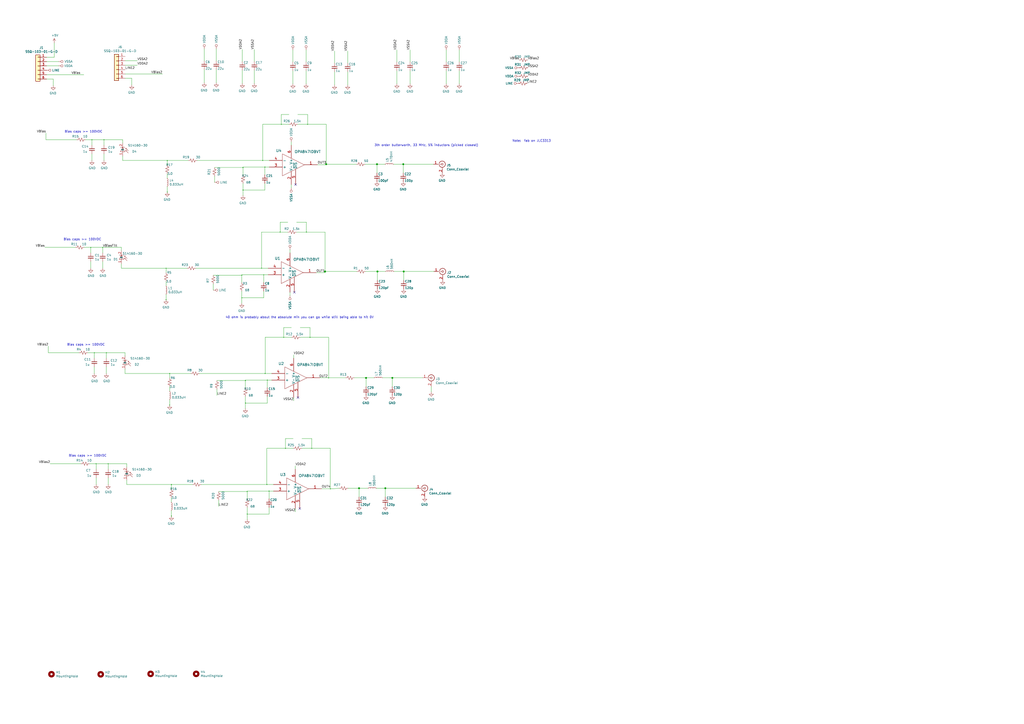
<source format=kicad_sch>
(kicad_sch (version 20230121) (generator eeschema)
  (paper "A2")
  (junction (at 153.67 96.901) (diameter 0.3048))
  (junction (at 143.383 298.196) (diameter 0.3048))
  (junction (at 190.627 219.202) (diameter 0.3048))
  (junction (at 96.3423 155.5813) (diameter 0.3048))
  (junction (at 208.28 283.21))
  (junction (at 218.694 95.25))
  (junction (at 140.97 97.155) (diameter 0.3048))
  (junction (at 142.367 220.726) (diameter 0.3048))
  (junction (at 140.97 110.236) (diameter 0.3048))
  (junction (at 154.813 281.051) (diameter 0.3048))
  (junction (at 60.325 81.026) (diameter 0.3048))
  (junction (at 212.344 219.202))
  (junction (at 156.083 284.861) (diameter 0.3048))
  (junction (at 99.441 299.339) (diameter 0.3048))
  (junction (at 191.643 283.591) (diameter 0.3048))
  (junction (at 189.23 95.25))
  (junction (at 233.934 95.25))
  (junction (at 165.608 260.096) (diameter 0.3048))
  (junction (at 55.753 268.986) (diameter 0.3048))
  (junction (at 52.6543 143.5163) (diameter 0.3048))
  (junction (at 98.425 216.662) (diameter 0.3048))
  (junction (at 234.188 157.48))
  (junction (at 97.028 111.379) (diameter 0.3048))
  (junction (at 152.9843 159.3913) (diameter 0.3048))
  (junction (at 59.5631 143.5163) (diameter 0.3048))
  (junction (at 152.4 93.091) (diameter 0.3048))
  (junction (at 62.738 268.986) (diameter 0.3048))
  (junction (at 99.441 281.051) (diameter 0.3048))
  (junction (at 97.028 93.091) (diameter 0.3048))
  (junction (at 140.2843 159.6453) (diameter 0.3048))
  (junction (at 177.7493 134.6263) (diameter 0.3048))
  (junction (at 54.737 204.597) (diameter 0.3048))
  (junction (at 178.435 72.136) (diameter 0.3048))
  (junction (at 143.383 285.115) (diameter 0.3048))
  (junction (at 61.722 204.597) (diameter 0.3048))
  (junction (at 153.797 216.662) (diameter 0.3048))
  (junction (at 162.5093 134.6263) (diameter 0.3048))
  (junction (at 188.5443 157.48))
  (junction (at 142.367 233.807) (diameter 0.3048))
  (junction (at 98.425 234.95) (diameter 0.3048))
  (junction (at 151.7143 155.5813) (diameter 0.3048))
  (junction (at 140.2843 172.7263) (diameter 0.3048))
  (junction (at 96.3423 173.8693) (diameter 0.3048))
  (junction (at 155.067 220.472) (diameter 0.3048))
  (junction (at 180.848 260.096) (diameter 0.3048))
  (junction (at 179.832 195.707) (diameter 0.3048))
  (junction (at 163.195 72.136) (diameter 0.3048))
  (junction (at 223.52 283.21))
  (junction (at 164.592 195.707) (diameter 0.3048))
  (junction (at 227.584 219.202))
  (junction (at 53.34 81.026) (diameter 0.3048))
  (junction (at 218.948 157.48))
  (no_connect (at 171.45 107.061))
  (no_connect (at 173.863 295.021))
  (no_connect (at 172.847 230.632))
  (no_connect (at 170.7643 169.5513))
  (wire (pts (xy 54.737 216.662) (xy 54.737 212.852)))
  (wire (pts (xy 166.9543 134.6263) (xy 162.5093 134.6263)))
  (wire (pts (xy 79.629 37.846) (xy 72.644 37.846)))
  (wire (pts (xy 179.832 189.992) (xy 179.832 195.707)))
  (wire (pts (xy 52.6543 143.5163) (xy 59.5631 143.5163)))
  (wire (pts (xy 191.643 260.096) (xy 191.643 283.591)))
  (wire (pts (xy 147.574 40.767) (xy 147.574 48.387)))
  (wire (pts (xy 147.574 28.702) (xy 147.574 35.687)))
  (wire (pts (xy 190.627 219.202) (xy 185.547 219.202)))
  (wire (pts (xy 55.753 281.051) (xy 55.753 277.241)))
  (wire (pts (xy 188.5443 158.1213) (xy 183.4643 158.1213)))
  (wire (pts (xy 140.2843 163.8363) (xy 140.2843 159.6453)))
  (wire (pts (xy 151.7143 134.6263) (xy 151.7143 155.5813)))
  (wire (pts (xy 189.23 95.25) (xy 206.756 95.25)))
  (wire (pts (xy 72.517 204.597) (xy 72.517 206.502)))
  (wire (pts (xy 143.383 294.386) (xy 143.383 298.196)))
  (wire (pts (xy 140.97 106.426) (xy 140.97 110.236)))
  (wire (pts (xy 164.592 189.992) (xy 169.037 189.992)))
  (wire (pts (xy 153.67 101.346) (xy 153.67 96.901)))
  (wire (pts (xy 218.44 283.21) (xy 223.52 283.21)))
  (wire (pts (xy 188.5443 157.48) (xy 188.5443 158.1213)))
  (wire (pts (xy 28.067 204.597) (xy 45.847 204.597)))
  (wire (pts (xy 208.28 283.21) (xy 213.36 283.21)))
  (wire (pts (xy 61.722 204.597) (xy 61.722 207.772)))
  (wire (pts (xy 55.753 272.161) (xy 55.753 268.986)))
  (wire (pts (xy 189.23 72.136) (xy 189.23 95.25)))
  (wire (pts (xy 177.7493 134.6263) (xy 188.5443 134.6263)))
  (wire (pts (xy 34.036 35.687) (xy 27.051 35.687)))
  (wire (pts (xy 172.0343 128.9113) (xy 177.7493 128.9113)))
  (wire (pts (xy 99.441 281.051) (xy 111.633 281.051)))
  (wire (pts (xy 59.5631 143.5163) (xy 70.4343 143.5163)))
  (wire (pts (xy 52.6543 155.5813) (xy 52.6543 151.7713)))
  (wire (pts (xy 164.592 195.707) (xy 153.797 195.707)))
  (wire (pts (xy 73.533 268.986) (xy 73.533 270.891)))
  (wire (pts (xy 218.694 95.25) (xy 218.694 100.33)))
  (wire (pts (xy 99.441 291.211) (xy 99.441 288.671)))
  (wire (pts (xy 71.12 81.026) (xy 71.12 82.931)))
  (wire (pts (xy 124.46 97.155) (xy 140.97 97.155)))
  (wire (pts (xy 218.948 157.48) (xy 218.948 162.56)))
  (wire (pts (xy 60.325 89.281) (xy 60.325 93.091)))
  (wire (pts (xy 52.6543 146.6913) (xy 52.6543 143.5163)))
  (wire (pts (xy 194.056 41.656) (xy 194.056 49.276)))
  (wire (pts (xy 208.28 283.21) (xy 208.28 288.29)))
  (wire (pts (xy 142.367 233.807) (xy 155.067 233.807)))
  (wire (pts (xy 156.083 284.861) (xy 158.623 284.861)))
  (wire (pts (xy 230.251 28.956) (xy 230.251 35.941)))
  (wire (pts (xy 97.028 93.091) (xy 109.22 93.091)))
  (wire (pts (xy 190.627 195.707) (xy 190.627 219.202)))
  (wire (pts (xy 53.34 81.026) (xy 60.325 81.026)))
  (wire (pts (xy 54.737 204.597) (xy 50.927 204.597)))
  (wire (pts (xy 230.251 41.021) (xy 230.251 48.641)))
  (wire (pts (xy 60.325 81.026) (xy 71.12 81.026)))
  (wire (pts (xy 53.34 84.201) (xy 53.34 81.026)))
  (wire (pts (xy 153.67 110.236) (xy 153.67 106.426)))
  (wire (pts (xy 191.643 283.591) (xy 186.563 283.591)))
  (wire (pts (xy 125.476 28.321) (xy 125.476 35.306)))
  (wire (pts (xy 234.188 157.48) (xy 234.188 162.56)))
  (wire (pts (xy 142.367 233.807) (xy 142.367 236.982)))
  (wire (pts (xy 72.517 214.122) (xy 72.517 216.662)))
  (wire (pts (xy 237.871 28.956) (xy 237.871 35.941)))
  (wire (pts (xy 154.813 281.051) (xy 116.713 281.051)))
  (wire (pts (xy 125.476 40.386) (xy 125.476 48.006)))
  (wire (pts (xy 172.72 72.136) (xy 178.435 72.136)))
  (wire (pts (xy 140.2843 159.3913) (xy 152.9843 159.3913)))
  (wire (pts (xy 212.09 157.48) (xy 218.948 157.48)))
  (wire (pts (xy 28.067 200.787) (xy 28.067 204.597)))
  (wire (pts (xy 152.4 93.091) (xy 114.3 93.091)))
  (wire (pts (xy 97.028 95.631) (xy 97.028 93.091)))
  (wire (pts (xy 73.533 278.511) (xy 73.533 281.051)))
  (wire (pts (xy 201.93 283.21) (xy 208.28 283.21)))
  (wire (pts (xy 177.546 41.021) (xy 177.546 48.641)))
  (wire (pts (xy 211.836 95.25) (xy 218.694 95.25)))
  (wire (pts (xy 170.053 260.096) (xy 165.608 260.096)))
  (wire (pts (xy 27.051 33.147) (xy 31.496 33.147)))
  (wire (pts (xy 126.873 285.115) (xy 143.383 285.115)))
  (wire (pts (xy 140.97 96.901) (xy 153.67 96.901)))
  (wire (pts (xy 142.367 220.726) (xy 142.367 220.472)))
  (wire (pts (xy 163.195 66.421) (xy 167.64 66.421)))
  (wire (pts (xy 123.7743 159.6453) (xy 140.2843 159.6453)))
  (wire (pts (xy 152.9843 159.3913) (xy 155.5243 159.3913)))
  (wire (pts (xy 55.753 268.986) (xy 51.943 268.986)))
  (wire (pts (xy 175.133 254.381) (xy 180.848 254.381)))
  (wire (pts (xy 62.738 277.241) (xy 62.738 281.051)))
  (wire (pts (xy 99.441 283.591) (xy 99.441 281.051)))
  (wire (pts (xy 152.4 93.091) (xy 156.21 93.091)))
  (wire (pts (xy 140.2843 172.7263) (xy 152.9843 172.7263)))
  (wire (pts (xy 153.797 195.707) (xy 153.797 216.662)))
  (wire (pts (xy 98.425 234.95) (xy 98.425 235.077)))
  (wire (pts (xy 96.3423 158.1213) (xy 96.3423 155.5813)))
  (wire (pts (xy 140.97 110.236) (xy 140.97 113.411)))
  (wire (pts (xy 27.051 43.307) (xy 48.641 43.307)))
  (wire (pts (xy 70.4343 155.5813) (xy 96.3423 155.5813)))
  (wire (pts (xy 165.608 254.381) (xy 170.053 254.381)))
  (wire (pts (xy 26.67 77.216) (xy 26.67 81.026)))
  (wire (pts (xy 162.5093 134.6263) (xy 151.7143 134.6263)))
  (wire (pts (xy 228.6 157.48) (xy 234.188 157.48)))
  (wire (pts (xy 99.441 296.291) (xy 99.441 299.339)))
  (wire (pts (xy 155.067 224.917) (xy 155.067 220.472)))
  (wire (pts (xy 163.195 72.136) (xy 152.4 72.136)))
  (wire (pts (xy 72.644 42.926) (xy 94.234 42.926)))
  (wire (pts (xy 140.2843 172.7263) (xy 140.2843 175.9013)))
  (wire (pts (xy 180.848 254.381) (xy 180.848 260.096)))
  (wire (pts (xy 154.813 281.051) (xy 158.623 281.051)))
  (wire (pts (xy 71.12 90.551) (xy 71.12 93.091)))
  (wire (pts (xy 169.037 195.707) (xy 164.592 195.707)))
  (wire (pts (xy 71.12 93.091) (xy 97.028 93.091)))
  (wire (pts (xy 142.367 220.472) (xy 155.067 220.472)))
  (wire (pts (xy 118.491 28.321) (xy 118.491 35.306)))
  (wire (pts (xy 72.517 216.662) (xy 98.425 216.662)))
  (wire (pts (xy 234.188 157.48) (xy 251.714 157.48)))
  (wire (pts (xy 97.028 103.251) (xy 97.028 100.711)))
  (wire (pts (xy 170.307 232.537) (xy 170.307 230.632)))
  (wire (pts (xy 97.028 111.379) (xy 97.028 111.506)))
  (wire (pts (xy 26.67 81.026) (xy 44.45 81.026)))
  (wire (pts (xy 143.383 298.196) (xy 156.083 298.196)))
  (wire (pts (xy 55.753 268.986) (xy 62.738 268.986)))
  (wire (pts (xy 30.861 49.657) (xy 30.861 45.847)))
  (wire (pts (xy 190.627 219.202) (xy 200.406 219.202)))
  (wire (pts (xy 171.323 296.926) (xy 171.323 295.021)))
  (wire (pts (xy 59.5631 155.5559) (xy 59.5631 151.7459)))
  (wire (pts (xy 98.425 216.662) (xy 110.617 216.662)))
  (wire (pts (xy 62.738 268.986) (xy 62.738 272.161)))
  (wire (pts (xy 140.2843 159.6453) (xy 140.2843 159.3913)))
  (wire (pts (xy 54.737 207.772) (xy 54.737 204.597)))
  (wire (pts (xy 29.083 268.986) (xy 46.863 268.986)))
  (wire (pts (xy 172.0343 134.6263) (xy 177.7493 134.6263)))
  (wire (pts (xy 142.367 224.917) (xy 142.367 220.726)))
  (wire (pts (xy 207.01 157.48) (xy 188.5443 157.48)))
  (wire (pts (xy 167.64 72.136) (xy 163.195 72.136)))
  (wire (pts (xy 191.643 283.591) (xy 196.85 283.21)))
  (wire (pts (xy 233.934 95.25) (xy 251.46 95.25)))
  (wire (pts (xy 162.5093 134.6263) (xy 162.5093 128.9113)))
  (wire (pts (xy 227.584 219.202) (xy 245.11 219.202)))
  (wire (pts (xy 170.307 207.772) (xy 170.307 205.867)))
  (wire (pts (xy 165.608 260.096) (xy 154.813 260.096)))
  (wire (pts (xy 96.3423 155.5813) (xy 108.5343 155.5813)))
  (wire (pts (xy 266.446 28.956) (xy 266.446 35.941)))
  (wire (pts (xy 189.23 95.25) (xy 189.23 95.631)))
  (wire (pts (xy 168.91 108.966) (xy 168.91 107.061)))
  (wire (pts (xy 258.826 28.956) (xy 258.826 35.941)))
  (wire (pts (xy 143.383 298.196) (xy 143.383 301.371)))
  (wire (pts (xy 178.435 66.421) (xy 178.435 72.136)))
  (wire (pts (xy 124.46 105.791) (xy 124.46 102.235)))
  (wire (pts (xy 172.72 66.421) (xy 178.435 66.421)))
  (wire (pts (xy 152.9843 163.8363) (xy 152.9843 159.3913)))
  (wire (pts (xy 76.454 45.466) (xy 72.644 45.466)))
  (wire (pts (xy 142.367 229.997) (xy 142.367 233.807)))
  (wire (pts (xy 153.67 96.901) (xy 156.21 96.901)))
  (wire (pts (xy 223.52 283.21) (xy 223.52 288.29)))
  (wire (pts (xy 171.323 272.161) (xy 171.323 270.256)))
  (wire (pts (xy 140.97 97.155) (xy 140.97 96.901)))
  (wire (pts (xy 178.435 72.136) (xy 189.23 72.136)))
  (wire (pts (xy 143.383 285.115) (xy 143.383 284.861)))
  (wire (pts (xy 266.446 41.021) (xy 266.446 48.641)))
  (wire (pts (xy 154.813 260.096) (xy 154.813 281.051)))
  (wire (pts (xy 62.738 268.986) (xy 73.533 268.986)))
  (wire (pts (xy 175.133 260.096) (xy 180.848 260.096)))
  (wire (pts (xy 70.4343 153.0413) (xy 70.4343 155.5813)))
  (wire (pts (xy 59.5631 143.5163) (xy 59.5631 146.6659)))
  (wire (pts (xy 194.056 29.591) (xy 194.056 36.576)))
  (wire (pts (xy 126.873 293.751) (xy 126.873 290.195)))
  (wire (pts (xy 123.7743 168.2813) (xy 123.7743 164.7253)))
  (wire (pts (xy 228.346 95.25) (xy 233.934 95.25)))
  (wire (pts (xy 118.491 40.386) (xy 118.491 48.006)))
  (wire (pts (xy 201.676 29.591) (xy 201.676 36.576)))
  (wire (pts (xy 174.117 189.992) (xy 179.832 189.992)))
  (wire (pts (xy 79.629 35.306) (xy 72.644 35.306)))
  (wire (pts (xy 201.676 41.656) (xy 201.676 49.276)))
  (wire (pts (xy 140.97 101.346) (xy 140.97 97.155)))
  (wire (pts (xy 205.486 219.202) (xy 212.344 219.202)))
  (wire (pts (xy 53.34 81.026) (xy 49.53 81.026)))
  (wire (pts (xy 125.857 229.362) (xy 125.857 225.806)))
  (wire (pts (xy 258.826 41.021) (xy 258.826 48.641)))
  (wire (pts (xy 155.067 233.807) (xy 155.067 229.997)))
  (wire (pts (xy 151.7143 155.5813) (xy 113.6143 155.5813)))
  (wire (pts (xy 163.195 72.136) (xy 163.195 66.421)))
  (wire (pts (xy 153.797 216.662) (xy 115.697 216.662)))
  (wire (pts (xy 179.832 195.707) (xy 190.627 195.707)))
  (wire (pts (xy 169.926 41.021) (xy 169.926 48.641)))
  (wire (pts (xy 221.996 219.202) (xy 227.584 219.202)))
  (wire (pts (xy 165.608 260.096) (xy 165.608 254.381)))
  (wire (pts (xy 169.926 28.956) (xy 169.926 35.941)))
  (wire (pts (xy 96.3423 165.7413) (xy 96.3423 163.2013)))
  (wire (pts (xy 140.589 40.767) (xy 140.589 48.387)))
  (wire (pts (xy 98.425 231.902) (xy 98.425 234.95)))
  (wire (pts (xy 180.848 260.096) (xy 191.643 260.096)))
  (wire (pts (xy 233.934 95.25) (xy 233.934 100.33)))
  (wire (pts (xy 140.97 110.236) (xy 153.67 110.236)))
  (wire (pts (xy 143.383 289.306) (xy 143.383 285.115)))
  (wire (pts (xy 54.737 204.597) (xy 61.722 204.597)))
  (wire (pts (xy 61.722 204.597) (xy 72.517 204.597)))
  (wire (pts (xy 31.496 33.147) (xy 31.496 24.892)))
  (wire (pts (xy 73.533 281.051) (xy 99.441 281.051)))
  (wire (pts (xy 61.722 212.852) (xy 61.722 216.662)))
  (wire (pts (xy 76.454 49.276) (xy 76.454 45.466)))
  (wire (pts (xy 212.344 219.202) (xy 212.344 224.282)))
  (wire (pts (xy 140.589 28.702) (xy 140.589 35.687)))
  (wire (pts (xy 162.5093 128.9113) (xy 166.9543 128.9113)))
  (wire (pts (xy 168.2243 171.4563) (xy 168.2243 169.5513)))
  (wire (pts (xy 188.5443 134.6263) (xy 188.5443 157.48)))
  (wire (pts (xy 155.067 220.472) (xy 157.607 220.472)))
  (wire (pts (xy 153.797 216.662) (xy 157.607 216.662)))
  (wire (pts (xy 227.584 219.202) (xy 227.584 224.282)))
  (wire (pts (xy 177.546 28.956) (xy 177.546 35.941)))
  (wire (pts (xy 218.948 157.48) (xy 223.52 157.48)))
  (wire (pts (xy 52.6543 143.5163) (xy 48.8443 143.5163)))
  (wire (pts (xy 143.383 284.861) (xy 156.083 284.861)))
  (wire (pts (xy 96.3423 170.8213) (xy 96.3423 173.8693)))
  (wire (pts (xy 156.083 289.306) (xy 156.083 284.861)))
  (wire (pts (xy 250.19 224.282) (xy 250.19 227.33)))
  (wire (pts (xy 168.91 84.201) (xy 168.91 82.296)))
  (wire (pts (xy 152.9843 172.7263) (xy 152.9843 168.9163)))
  (wire (pts (xy 218.694 95.25) (xy 223.266 95.25)))
  (wire (pts (xy 177.7493 128.9113) (xy 177.7493 134.6263)))
  (wire (pts (xy 98.425 226.822) (xy 98.425 224.282)))
  (wire (pts (xy 189.23 95.631) (xy 184.15 95.631)))
  (wire (pts (xy 151.7143 155.5813) (xy 155.5243 155.5813)))
  (wire (pts (xy 60.325 81.026) (xy 60.325 84.201)))
  (wire (pts (xy 25.9843 143.5163) (xy 43.7643 143.5163)))
  (wire (pts (xy 96.3423 173.8693) (xy 96.3423 173.9963)))
  (wire (pts (xy 223.52 283.21) (xy 241.3 283.21)))
  (wire (pts (xy 30.861 45.847) (xy 27.051 45.847)))
  (wire (pts (xy 70.4343 143.5163) (xy 70.4343 145.4213)))
  (wire (pts (xy 53.34 93.091) (xy 53.34 89.281)))
  (wire (pts (xy 168.2243 146.6913) (xy 168.2243 144.7863)))
  (wire (pts (xy 152.4 72.136) (xy 152.4 93.091)))
  (wire (pts (xy 98.425 219.202) (xy 98.425 216.662)))
  (wire (pts (xy 212.344 219.202) (xy 216.916 219.202)))
  (wire (pts (xy 125.857 220.726) (xy 142.367 220.726)))
  (wire (pts (xy 97.028 108.331) (xy 97.028 111.379)))
  (wire (pts (xy 174.117 195.707) (xy 179.832 195.707)))
  (wire (pts (xy 237.871 41.021) (xy 237.871 48.641)))
  (wire (pts (xy 34.036 38.227) (xy 27.051 38.227)))
  (wire (pts (xy 156.083 298.196) (xy 156.083 294.386)))
  (wire (pts (xy 140.2843 168.9163) (xy 140.2843 172.7263)))
  (wire (pts (xy 164.592 195.707) (xy 164.592 189.992)))
  (wire (pts (xy 99.441 299.339) (xy 99.441 299.466)))
  (text "40 ohm is probably about the absolute min you can go while still being able to hit 0V" (at 130.81 184.912 0) (effects (font (size 1.27 1.27)) (justify left bottom)))
  (text "Bias caps >= 100VDC" (at 39.878 265.176 0) (effects (font (size 1.27 1.27)) (justify left bottom)))
  (text "Bias caps >= 100VDC" (at 37.465 77.216 0) (effects (font (size 1.27 1.27)) (justify left bottom)))
  (text "3th order butterworth, 33 MHz, 5% inductors (picked closest)" (at 217.17 85.09 0) (effects (font (size 1.27 1.27)) (justify left bottom)))
  (text "Bias caps >= 100VDC" (at 36.7793 139.7063 0) (effects (font (size 1.27 1.27)) (justify left bottom)))
  (text "Note:  fab on JLC3313 " (at 297.18 82.55 0) (effects (font (size 1.27 1.27)) (justify left bottom)))
  (text "Bias caps >= 100VDC" (at 38.862 200.787 0) (effects (font (size 1.27 1.27)) (justify left bottom)))
  (label "VSSA2" (at 170.307 232.537 180))
  (label "VDDA2" (at 79.629 37.846 0))
  (label "VBias" (at 25.9843 143.5163 180))
  (label "VBias" (at 301.117 34.798 180))
  (label "VSSA2" (at 147.574 28.702 90))
  (label "VBias2" (at 306.197 34.798 0))
  (label "VSSA2" (at 201.676 29.591 90))
  (label "VDDA2" (at 306.197 44.196 0))
  (label "LINE2" (at 126.873 293.751 0))
  (label "LINE2" (at 125.857 229.362 0))
  (label "VSSA2" (at 306.197 39.37 0))
  (label "VBias2" (at 94.234 42.926 180))
  (label "VBiasFilt" (at 59.6393 143.5163 0))
  (label "VSSA2" (at 171.323 296.926 180))
  (label "VBias2" (at 28.067 200.787 180))
  (label "VDDA2" (at 140.589 28.702 90))
  (label "OUT4" (at 191.643 283.21 180))
  (label "VDDA2" (at 171.323 270.256 0))
  (label "VDDA2" (at 194.056 29.591 90))
  (label "VSSA2" (at 79.629 35.306 0))
  (label "VSSA2" (at 237.871 28.956 90))
  (label "VBias2" (at 29.083 268.986 180))
  (label "VBias" (at 46.736 43.307 180))
  (label "OUT2" (at 190.1525 219.202 180))
  (label "VDDA2" (at 230.251 28.956 90))
  (label "OUT1" (at 188.5443 158.1213 180))
  (label "OUT3" (at 189.23 95.25 180))
  (label "LINE2" (at 72.644 40.386 0))
  (label "VDDA2" (at 170.307 205.867 0))
  (label "VBias" (at 26.67 77.216 180))
  (label "LINE2" (at 305.816 48.387 0))
  (symbol (lib_id "Connector_Generic:Conn_01x06") (at 21.971 38.227 0) (mirror y) (unit 1)
    (property "Reference" "J1" (at 24.0538 27.6352 0))
    (property "Value" "SSQ-103-01-G-D" (at 24.0538 29.9466 0))
    (property "Footprint" "footprints:PinHeader_2x03_P2.54mm_Vertical" (effects hide))
  )
  (symbol (lib_id "power:+5V") (at 31.496 24.892 0) (unit 1)
    (property "Reference" "#PWR0101" (effects hide))
    (property "Value" "+5V" (at 31.877 20.4978 0))
  )
  (symbol (lib_id "OPA847:OPA847IDBVT") (at 154.2543 189.8713 0) (unit 1)
    (property "Reference" "U1" (at 159.3343 149.8663 0) (effects (font (size 1.524 1.524)) (justify left)))
    (property "Value" "OPA847IDBVT" (at 170.1293 150.5013 0) (effects (font (size 1.524 1.524)) (justify left)))
    (property "Footprint" "footprints:OPA847IDBVT" (effects hide))
  )
  (symbol (lib_id "power:VDDA") (at 34.036 38.227 270) (mirror x) (unit 1)
    (property "Reference" "#PWR04" (effects hide))
    (property "Value" "VDDA" (at 37.211 38.227 90) (effects (justify left)))
  )
  (symbol (lib_id "power:VSSA") (at 34.036 35.687 270) (mirror x) (unit 1)
    (property "Reference" "#PWR03" (effects hide))
    (property "Value" "VSSA" (at 39.751 35.687 90))
  )
  (symbol (lib_id "power:GND") (at 30.861 49.657 0) (mirror y) (unit 1)
    (property "Reference" "#PWR01" (effects hide))
    (property "Value" "GND" (at 30.734 54.0512 0))
  )
  (symbol (lib_id "Device:R_Small_US") (at 46.3043 143.5163 90) (unit 1)
    (property "Reference" "R11" (at 45.0343 141.6113 90) (effects (justify left)))
    (property "Value" "10" (at 50.1143 141.6113 90) (effects (justify left)))
    (property "Footprint" "R_0402_1005Metric" (effects hide))
  )
  (symbol (lib_id "Device:C_Small") (at 52.6543 149.2313 0) (unit 1)
    (property "Reference" "C1" (at 54.9911 148.0629 0) (effects (justify left)))
    (property "Value" "1u" (at 54.9911 150.3743 0) (effects (justify left)))
    (property "Footprint" "Capacitor_SMD:C_1206_3216Metric" (effects hide))
  )
  (symbol (lib_id "power:GND") (at 52.6543 155.5813 0) (unit 1)
    (property "Reference" "#PWR07" (effects hide))
    (property "Value" "GND" (at 52.7813 159.9755 0))
  )
  (symbol (lib_id "Device:R_Small_US") (at 169.4943 134.6263 90) (unit 1)
    (property "Reference" "R2" (at 167.5893 132.7213 90) (effects (justify left)))
    (property "Value" "1.5k" (at 173.9393 132.7213 90) (effects (justify left)))
    (property "Footprint" "R_0402_1005Metric" (effects hide))
  )
  (symbol (lib_id "power:VDDA") (at 168.2243 144.7863 0) (mirror y) (unit 1)
    (property "Reference" "#PWR016" (effects hide))
    (property "Value" "VDDA" (at 168.2243 141.6113 90) (effects (justify left)))
  )
  (symbol (lib_id "power:VSSA") (at 168.2243 171.4563 0) (mirror x) (unit 1)
    (property "Reference" "#PWR017" (effects hide))
    (property "Value" "VSSA" (at 168.2243 177.1713 90))
  )
  (symbol (lib_id "Device:C_Small") (at 177.546 38.481 0) (unit 1)
    (property "Reference" "C9" (at 178.181 36.576 0) (effects (justify left)))
    (property "Value" "1u" (at 178.181 40.386 0) (effects (justify left)))
    (property "Footprint" "C_0402_1005Metric" (effects hide))
  )
  (symbol (lib_id "Device:C_Small") (at 118.491 37.846 0) (unit 1)
    (property "Reference" "C6" (at 119.126 35.941 0) (effects (justify left)))
    (property "Value" "22u" (at 119.126 39.751 0) (effects (justify left)))
    (property "Footprint" "footprints:C_0603_1608Metric" (effects hide))
  )
  (symbol (lib_id "power:VDDA") (at 169.926 28.956 0) (mirror y) (unit 1)
    (property "Reference" "#PWR014" (effects hide))
    (property "Value" "VDDA" (at 169.926 25.781 90) (effects (justify left)))
  )
  (symbol (lib_id "power:GND") (at 177.546 48.641 0) (mirror y) (unit 1)
    (property "Reference" "#PWR019" (effects hide))
    (property "Value" "GND" (at 177.419 53.0352 0))
  )
  (symbol (lib_id "Device:C_Small") (at 169.926 38.481 0) (unit 1)
    (property "Reference" "C5" (at 170.561 36.576 0) (effects (justify left)))
    (property "Value" "1u" (at 170.561 40.386 0) (effects (justify left)))
    (property "Footprint" "C_0402_1005Metric" (effects hide))
  )
  (symbol (lib_id "Device:C_Small") (at 125.476 37.846 0) (unit 1)
    (property "Reference" "C10" (at 126.111 35.941 0) (effects (justify left)))
    (property "Value" "22u" (at 126.111 39.751 0) (effects (justify left)))
    (property "Footprint" "footprints:C_0603_1608Metric" (effects hide))
  )
  (symbol (lib_id "power:GND") (at 169.926 48.641 0) (mirror y) (unit 1)
    (property "Reference" "#PWR015" (effects hide))
    (property "Value" "GND" (at 169.799 53.0352 0))
  )
  (symbol (lib_id "power:VSSA") (at 125.476 28.321 0) (mirror y) (unit 1)
    (property "Reference" "#PWR010" (effects hide))
    (property "Value" "VSSA" (at 125.476 22.606 90))
  )
  (symbol (lib_id "Device:C_Small") (at 152.9843 166.3763 0) (unit 1)
    (property "Reference" "C8" (at 153.6193 164.4713 0) (effects (justify left)))
    (property "Value" "1u" (at 153.6193 168.2813 0) (effects (justify left)))
    (property "Footprint" "C_0402_1005Metric" (effects hide))
  )
  (symbol (lib_id "Device:R_Small_US") (at 140.2843 166.3763 180) (unit 1)
    (property "Reference" "R3" (at 143.4593 164.4713 0) (effects (justify left)))
    (property "Value" "68" (at 144.7293 168.2813 0) (effects (justify left)))
    (property "Footprint" "R_0402_1005Metric" (effects hide))
  )
  (symbol (lib_id "power:GND") (at 140.2843 175.9013 0) (mirror y) (unit 1)
    (property "Reference" "#PWR013" (effects hide))
    (property "Value" "GND" (at 140.1573 180.2955 0))
  )
  (symbol (lib_id "Device:L_Small") (at 96.3423 168.2813 0) (unit 1)
    (property "Reference" "L1" (at 97.5615 167.1129 0) (effects (justify left)))
    (property "Value" "0.033uH" (at 97.5613 169.4243 0) (effects (justify left)))
    (property "Footprint" "footprints:L_0603_1608Metric" (effects hide))
  )
  (symbol (lib_id "Device:R_Small_US") (at 111.0743 155.5813 90) (unit 1)
    (property "Reference" "R23" (at 109.1693 153.6763 90) (effects (justify left)))
    (property "Value" "30" (at 115.5193 153.6763 90) (effects (justify left)))
    (property "Footprint" "R_0402_1005Metric" (effects hide))
  )
  (symbol (lib_id "Device:R_Small_US") (at 96.3423 160.6613 180) (unit 1)
    (property "Reference" "R5" (at 99.5173 158.1213 0) (effects (justify left)))
    (property "Value" "3.0" (at 99.5173 163.2013 0) (effects (justify left)))
    (property "Footprint" "R_0402_1005Metric" (effects hide))
  )
  (symbol (lib_id "power:GND") (at 96.3423 173.8693 0) (mirror y) (unit 1)
    (property "Reference" "#PWR020" (effects hide))
    (property "Value" "GND" (at 96.2153 178.2635 0))
  )
  (symbol (lib_id "power:VSSA") (at 177.546 28.956 0) (mirror y) (unit 1)
    (property "Reference" "#PWR018" (effects hide))
    (property "Value" "VSSA" (at 177.546 23.241 90))
  )
  (symbol (lib_id "power:GND") (at 118.491 48.006 0) (mirror y) (unit 1)
    (property "Reference" "#PWR09" (effects hide))
    (property "Value" "GND" (at 118.364 52.4002 0))
  )
  (symbol (lib_id "power:GND") (at 125.476 48.006 0) (mirror y) (unit 1)
    (property "Reference" "#PWR011" (effects hide))
    (property "Value" "GND" (at 125.349 52.4002 0))
  )
  (symbol (lib_id "power:VDDA") (at 118.491 28.321 0) (mirror y) (unit 1)
    (property "Reference" "#PWR08" (effects hide))
    (property "Value" "VDDA" (at 118.491 25.146 90) (effects (justify left)))
  )
  (symbol (lib_id "power:GND") (at 256.794 162.56 0) (mirror y) (unit 1)
    (property "Reference" "#PWR028" (effects hide))
    (property "Value" "GND" (at 256.667 166.9542 0))
  )
  (symbol (lib_id "Device:R_Small_US") (at 209.55 157.48 90) (unit 1)
    (property "Reference" "R1" (at 207.645 155.575 90) (effects (justify left)))
    (property "Value" "50" (at 213.995 155.575 90) (effects (justify left)))
    (property "Footprint" "R_0402_1005Metric" (effects hide))
  )
  (symbol (lib_id "Device:R_Small_US") (at 123.7743 162.1853 0) (unit 1)
    (property "Reference" "R7" (at 120.5993 164.0903 90) (effects (justify left)))
    (property "Value" "5000" (at 126.3143 164.4713 90) (effects (justify left)))
    (property "Footprint" "R_0402_1005Metric" (effects hide))
  )
  (symbol (lib_id "Connector:Conn_Coaxial") (at 256.794 157.48 0) (unit 1)
    (property "Reference" "J2" (at 259.334 158.115 0) (effects (justify left)))
    (property "Value" "Conn_Coaxial" (at 259.334 160.4264 0) (effects (justify left)))
    (property "Footprint" "Connector_Coaxial:SMB_Jack_Vertical" (effects hide))
    (property "Datasheet" " ~" (effects hide))
    (property "Digikey" "WM5528-ND" (effects hide))
  )
  (symbol (lib_id "power:LINE") (at 27.051 40.767 270) (mirror x) (unit 1)
    (property "Reference" "#PWR0103" (effects hide))
    (property "Value" "LINE" (at 30.226 40.767 90) (effects (justify left)))
  )
  (symbol (lib_id "power:LINE") (at 123.7743 168.2813 270) (mirror x) (unit 1)
    (property "Reference" "#PWR0104" (effects hide))
    (property "Value" "LINE" (at 126.9493 168.2813 90) (effects (justify left)))
  )
  (symbol (lib_id "power:GND") (at 143.383 301.371 0) (mirror y) (unit 1)
    (property "Reference" "#PWR0109" (effects hide))
    (property "Value" "GND" (at 143.256 305.7652 0))
  )
  (symbol (lib_id "Device:R_Small_US") (at 99.441 286.131 180) (unit 1)
    (property "Reference" "R16" (at 102.616 283.591 0) (effects (justify left)))
    (property "Value" "3.0" (at 102.616 288.671 0) (effects (justify left)))
    (property "Footprint" "R_0402_1005Metric" (effects hide))
  )
  (symbol (lib_id "power:GND") (at 218.948 167.64 0) (mirror y) (unit 1)
    (property "Reference" "#PWR06" (effects hide))
    (property "Value" "GND" (at 218.821 172.0342 0))
  )
  (symbol (lib_id "power:GND") (at 237.871 48.641 0) (mirror y) (unit 1)
    (property "Reference" "#PWR0126" (effects hide))
    (property "Value" "GND" (at 237.744 53.0352 0))
  )
  (symbol (lib_id "SIPMLibrary:S14160-3mm") (at 71.12 88.011 270) (unit 1)
    (property "Reference" "D4" (at 79.2987 87.8904 90) (effects (justify right)))
    (property "Value" "S14160-30" (at 85.6487 84.3217 90) (effects (justify right)))
    (property "Footprint" "footprints:S14160-30" (effects hide))
    (property "Datasheet" "http://www.osram-https://www.hamamatsu.com/resources/pdf/ssd/s14160-1310ps_etc_kapd1070e.pdf" (effects hide))
  )
  (symbol (lib_id "Device:C_Small") (at 156.083 291.846 0) (unit 1)
    (property "Reference" "C20" (at 156.718 289.941 0) (effects (justify left)))
    (property "Value" "1u" (at 156.718 293.751 0) (effects (justify left)))
    (property "Footprint" "C_0402_1005Metric" (effects hide))
  )
  (symbol (lib_id "Device:R_Small_US") (at 113.157 216.662 90) (unit 1)
    (property "Reference" "R8" (at 111.252 214.757 90) (effects (justify left)))
    (property "Value" "30" (at 117.602 214.757 90) (effects (justify left)))
    (property "Footprint" "R_0402_1005Metric" (effects hide))
  )
  (symbol (lib_id "Device:C_Small") (at 218.948 165.1 0) (unit 1)
    (property "Reference" "C23" (at 219.583 163.195 0) (effects (justify left)))
    (property "Value" "120pF" (at 219.583 167.005 0) (effects (justify left)))
    (property "Footprint" "Capacitor_SMD:C_0402_1005Metric" (effects hide))
  )
  (symbol (lib_name "L_Small_1") (lib_id "Device:L_Small") (at 226.06 157.48 90) (unit 1)
    (property "Reference" "L6" (at 224.8916 156.2608 0) (effects (justify left)))
    (property "Value" "560nH" (at 227.203 156.261 0) (effects (justify left)))
    (property "Footprint" "Inductor_SMD:L_0402_1005Metric" (effects hide))
    (property "part" "MLF1005GR56JTD25" (effects hide))
  )
  (symbol (lib_id "Device:R_Small_US") (at 114.173 281.051 90) (unit 1)
    (property "Reference" "R18" (at 112.268 279.146 90) (effects (justify left)))
    (property "Value" "30" (at 118.618 279.146 90) (effects (justify left)))
    (property "Footprint" "R_0402_1005Metric" (effects hide))
  )
  (symbol (lib_id "SIPMLibrary:S14160-3mm") (at 72.517 211.582 270) (unit 1)
    (property "Reference" "D2" (at 80.6957 211.4614 90) (effects (justify right)))
    (property "Value" "S14160-30" (at 87.0457 207.8927 90) (effects (justify right)))
    (property "Footprint" "footprints:S14160-30" (effects hide))
    (property "Datasheet" "http://www.osram-https://www.hamamatsu.com/resources/pdf/ssd/s14160-1310ps_etc_kapd1070e.pdf" (effects hide))
  )
  (symbol (lib_id "power:GND") (at 55.753 281.051 0) (unit 1)
    (property "Reference" "#PWR0119" (effects hide))
    (property "Value" "GND" (at 55.88 285.4452 0))
  )
  (symbol (lib_id "power:GND") (at 76.454 49.276 0) (mirror y) (unit 1)
    (property "Reference" "#PWR0105" (effects hide))
    (property "Value" "GND" (at 76.327 53.6702 0))
  )
  (symbol (lib_id "power:GND") (at 140.589 48.387 0) (mirror y) (unit 1)
    (property "Reference" "#PWR0114" (effects hide))
    (property "Value" "GND" (at 140.462 52.7812 0))
  )
  (symbol (lib_id "Mechanical:MountingHole") (at 113.792 390.906 0) (unit 1)
    (property "Reference" "H4" (at 116.3321 389.7566 0) (effects (justify left)))
    (property "Value" "MountingHole" (at 116.3321 392.0553 0) (effects (justify left)))
    (property "Footprint" "MountingHole:MountingHole_6mm" (effects hide))
  )
  (symbol (lib_id "power:GND") (at 266.446 48.641 0) (mirror y) (unit 1)
    (property "Reference" "#PWR0124" (effects hide))
    (property "Value" "GND" (at 266.319 53.0352 0))
  )
  (symbol (lib_id "Device:C_Small") (at 155.067 227.457 0) (unit 1)
    (property "Reference" "C15" (at 155.702 225.552 0) (effects (justify left)))
    (property "Value" "1u" (at 155.702 229.362 0) (effects (justify left)))
    (property "Footprint" "C_0402_1005Metric" (effects hide))
  )
  (symbol (lib_id "power:GND") (at 194.056 49.276 0) (mirror y) (unit 1)
    (property "Reference" "#PWR027" (effects hide))
    (property "Value" "GND" (at 193.929 53.6702 0))
  )
  (symbol (lib_id "Device:C_Small") (at 53.34 86.741 0) (unit 1)
    (property "Reference" "C14" (at 47.4218 84.9376 0) (effects (justify left)))
    (property "Value" "1u" (at 48.0568 87.884 0) (effects (justify left)))
    (property "Footprint" "Capacitor_SMD:C_1206_3216Metric" (effects hide))
  )
  (symbol (lib_id "power:GND") (at 201.676 49.276 0) (mirror y) (unit 1)
    (property "Reference" "#PWR030" (effects hide))
    (property "Value" "GND" (at 201.549 53.6702 0))
  )
  (symbol (lib_id "power:GND") (at 147.574 48.387 0) (mirror y) (unit 1)
    (property "Reference" "#PWR0113" (effects hide))
    (property "Value" "GND" (at 147.447 52.7812 0))
  )
  (symbol (lib_id "power:GND") (at 256.54 100.33 0) (mirror y) (unit 1)
    (property "Reference" "#PWR0106" (effects hide))
    (property "Value" "GND" (at 256.413 104.7242 0))
  )
  (symbol (lib_id "OPA847:OPA847IDBVT") (at 154.94 127.381 0) (unit 1)
    (property "Reference" "U4" (at 160.02 87.376 0) (effects (font (size 1.524 1.524)) (justify left)))
    (property "Value" "OPA847IDBVT" (at 170.815 88.011 0) (effects (font (size 1.524 1.524)) (justify left)))
    (property "Footprint" "footprints:OPA847IDBVT" (effects hide))
  )
  (symbol (lib_id "power:GND") (at 60.325 93.091 0) (unit 1)
    (property "Reference" "#PWR0121" (effects hide))
    (property "Value" "GND" (at 60.452 97.4852 0))
  )
  (symbol (lib_id "Device:C_Small") (at 147.574 38.227 0) (unit 1)
    (property "Reference" "C17" (at 148.209 36.322 0) (effects (justify left)))
    (property "Value" "22u" (at 148.209 40.132 0) (effects (justify left)))
    (property "Footprint" "footprints:C_0603_1608Metric" (effects hide))
  )
  (symbol (lib_id "power:GND") (at 140.97 113.411 0) (mirror y) (unit 1)
    (property "Reference" "#PWR0112" (effects hide))
    (property "Value" "GND" (at 140.843 117.8052 0))
  )
  (symbol (lib_id "power:LINE") (at 300.736 48.387 90) (mirror x) (unit 1)
    (property "Reference" "#PWR0111" (effects hide))
    (property "Value" "LINE" (at 297.561 48.387 90) (effects (justify left)))
  )
  (symbol (lib_id "Mechanical:MountingHole") (at 29.86 391.1003 0) (unit 1)
    (property "Reference" "H1" (at 32.4001 389.9509 0) (effects (justify left)))
    (property "Value" "MountingHole" (at 32.4001 392.2496 0) (effects (justify left)))
    (property "Footprint" "MountingHole:MountingHole_6mm" (effects hide))
  )
  (symbol (lib_id "Device:C_Small") (at 140.589 38.227 0) (unit 1)
    (property "Reference" "C2" (at 141.224 36.322 0) (effects (justify left)))
    (property "Value" "22u" (at 141.224 40.132 0) (effects (justify left)))
    (property "Footprint" "footprints:C_0603_1608Metric" (effects hide))
  )
  (symbol (lib_id "Device:R_Small_US") (at 124.46 99.695 0) (unit 1)
    (property "Reference" "R21" (at 121.285 101.6 90) (effects (justify left)))
    (property "Value" "5000" (at 127 101.981 90) (effects (justify left)))
    (property "Footprint" "R_0402_1005Metric" (effects hide))
  )
  (symbol (lib_id "Device:R_Small_US") (at 171.577 195.707 90) (unit 1)
    (property "Reference" "R12" (at 169.672 193.802 90) (effects (justify left)))
    (property "Value" "1.5k" (at 176.022 193.802 90) (effects (justify left)))
    (property "Footprint" "R_0402_1005Metric" (effects hide))
  )
  (symbol (lib_id "Mechanical:MountingHole") (at 58.42 391.16 0) (unit 1)
    (property "Reference" "H2" (at 60.9601 390.0106 0) (effects (justify left)))
    (property "Value" "MountingHole" (at 60.9601 392.3093 0) (effects (justify left)))
    (property "Footprint" "MountingHole:MountingHole_6mm" (effects hide))
  )
  (symbol (lib_id "Mechanical:MountingHole") (at 87.376 390.906 0) (unit 1)
    (property "Reference" "H3" (at 89.9161 389.7566 0) (effects (justify left)))
    (property "Value" "MountingHole" (at 89.9161 392.0553 0) (effects (justify left)))
    (property "Footprint" "MountingHole:MountingHole_6mm" (effects hide))
  )
  (symbol (lib_id "Device:L_Small") (at 99.441 293.751 0) (unit 1)
    (property "Reference" "L3" (at 100.6602 292.5826 0) (effects (justify left)))
    (property "Value" "0.033uH" (at 100.66 294.894 0) (effects (justify left)))
    (property "Footprint" "footprints:L_0603_1608Metric" (effects hide))
  )
  (symbol (lib_id "Device:C_Small") (at 55.753 274.701 0) (unit 1)
    (property "Reference" "C7" (at 49.8348 272.8976 0) (effects (justify left)))
    (property "Value" "1u" (at 50.4698 275.844 0) (effects (justify left)))
    (property "Footprint" "Capacitor_SMD:C_1206_3216Metric" (effects hide))
  )
  (symbol (lib_id "Device:C_Small") (at 61.722 210.312 0) (unit 1)
    (property "Reference" "C12" (at 64.0588 209.1436 0) (effects (justify left)))
    (property "Value" "1u" (at 64.0588 211.455 0) (effects (justify left)))
    (property "Footprint" "Capacitor_SMD:C_1206_3216Metric" (effects hide))
  )
  (symbol (lib_id "power:GND") (at 230.251 48.641 0) (mirror y) (unit 1)
    (property "Reference" "#PWR0123" (effects hide))
    (property "Value" "GND" (at 230.124 53.0352 0))
  )
  (symbol (lib_id "Device:L_Small") (at 97.028 105.791 0) (unit 1)
    (property "Reference" "L4" (at 98.2472 104.6226 0) (effects (justify left)))
    (property "Value" "0.033uH" (at 98.247 106.934 0) (effects (justify left)))
    (property "Footprint" "footprints:L_0603_1608Metric" (effects hide))
  )
  (symbol (lib_id "Device:C_Small") (at 233.934 102.87 0) (unit 1)
    (property "Reference" "C22" (at 234.569 100.965 0) (effects (justify left)))
    (property "Value" "100p" (at 234.569 104.775 0) (effects (justify left)))
    (property "Footprint" "Capacitor_SMD:C_0402_1005Metric" (effects hide))
  )
  (symbol (lib_id "power:GND") (at 218.694 105.41 0) (mirror y) (unit 1)
    (property "Reference" "#PWR02" (effects hide))
    (property "Value" "GND" (at 218.567 109.8042 0))
  )
  (symbol (lib_id "power:LINE") (at 124.46 105.791 270) (mirror x) (unit 1)
    (property "Reference" "#PWR0131" (effects hide))
    (property "Value" "LINE" (at 127.635 105.791 90) (effects (justify left)))
  )
  (symbol (lib_id "Device:C_Small") (at 227.584 226.822 0) (unit 1)
    (property "Reference" "C30" (at 228.219 224.917 0) (effects (justify left)))
    (property "Value" "120p" (at 228.219 228.727 0) (effects (justify left)))
    (property "Footprint" "Capacitor_SMD:C_0402_1005Metric" (effects hide))
  )
  (symbol (lib_id "power:GND") (at 246.38 288.29 0) (mirror y) (unit 1)
    (property "Reference" "#PWR0116" (effects hide))
    (property "Value" "GND" (at 246.253 292.6842 0))
  )
  (symbol (lib_id "Device:R_Small_US") (at 140.97 103.886 180) (unit 1)
    (property "Reference" "R24" (at 144.145 101.981 0) (effects (justify left)))
    (property "Value" "68" (at 145.415 105.791 0) (effects (justify left)))
    (property "Footprint" "R_0402_1005Metric" (effects hide))
  )
  (symbol (lib_id "power:VDDA") (at 258.826 28.956 0) (mirror y) (unit 1)
    (property "Reference" "#PWR0128" (effects hide))
    (property "Value" "VDDA" (at 258.826 25.781 90) (effects (justify left)))
  )
  (symbol (lib_id "Device:L_Small") (at 225.806 95.25 90) (unit 1)
    (property "Reference" "L5" (at 224.6376 94.0308 0) (effects (justify left)))
    (property "Value" "470nH" (at 226.949 94.031 0) (effects (justify left)))
    (property "Footprint" "Inductor_SMD:L_0402_1005Metric" (effects hide))
    (property "part" "MLF1005GR56JTD25" (effects hide))
  )
  (symbol (lib_id "Device:R_Small_US") (at 98.425 221.742 180) (unit 1)
    (property "Reference" "R6" (at 101.6 219.202 0) (effects (justify left)))
    (property "Value" "3.0" (at 101.6 224.282 0) (effects (justify left)))
    (property "Footprint" "R_0402_1005Metric" (effects hide))
  )
  (symbol (lib_id "Device:R_Small_US") (at 142.367 227.457 180) (unit 1)
    (property "Reference" "R10" (at 145.542 225.552 0) (effects (justify left)))
    (property "Value" "68" (at 146.812 229.362 0) (effects (justify left)))
    (property "Footprint" "R_0402_1005Metric" (effects hide))
  )
  (symbol (lib_id "SIPMLibrary:S14160-3mm") (at 70.4343 150.5013 270) (unit 1)
    (property "Reference" "D1" (at 68.453 150.3807 90) (effects (justify right)))
    (property "Value" "S14160-30" (at 82.55 147.066 90) (effects (justify right)))
    (property "Footprint" "footprints:S14160-30" (effects hide))
    (property "Datasheet" "http://www.osram-https://www.hamamatsu.com/resources/pdf/ssd/s14160-1310ps_etc_kapd1070e.pdf" (effects hide))
  )
  (symbol (lib_id "Device:C_Small") (at 237.871 38.481 0) (unit 1)
    (property "Reference" "C25" (at 238.506 36.576 0) (effects (justify left)))
    (property "Value" "1u" (at 238.506 40.386 0) (effects (justify left)))
    (property "Footprint" "C_0402_1005Metric" (effects hide))
  )
  (symbol (lib_id "Device:R_Small_US") (at 126.873 287.655 0) (unit 1)
    (property "Reference" "R20" (at 123.698 289.56 90) (effects (justify left)))
    (property "Value" "5000" (at 129.413 289.941 90) (effects (justify left)))
    (property "Footprint" "R_0402_1005Metric" (effects hide))
  )
  (symbol (lib_id "Device:L_Small") (at 98.425 229.362 0) (unit 1)
    (property "Reference" "L2" (at 99.6442 228.1936 0) (effects (justify left)))
    (property "Value" "0.033uH" (at 99.644 230.505 0) (effects (justify left)))
    (property "Footprint" "footprints:L_0603_1608Metric" (effects hide))
  )
  (symbol (lib_id "Device:C_Small") (at 266.446 38.481 0) (unit 1)
    (property "Reference" "C27" (at 267.081 36.576 0) (effects (justify left)))
    (property "Value" "1u" (at 267.081 40.386 0) (effects (justify left)))
    (property "Footprint" "C_0402_1005Metric" (effects hide))
  )
  (symbol (lib_id "power:VSSA") (at 301.117 39.37 90) (mirror x) (unit 1)
    (property "Reference" "#PWR0107" (effects hide))
    (property "Value" "VSSA" (at 295.402 39.37 90))
  )
  (symbol (lib_id "Device:C_Small") (at 201.676 39.116 0) (unit 1)
    (property "Reference" "C16" (at 202.311 37.211 0) (effects (justify left)))
    (property "Value" "1u" (at 202.311 41.021 0) (effects (justify left)))
    (property "Footprint" "C_0402_1005Metric" (effects hide))
  )
  (symbol (lib_id "Device:C_Small") (at 153.67 103.886 0) (unit 1)
    (property "Reference" "C21" (at 154.305 101.981 0) (effects (justify left)))
    (property "Value" "1u" (at 154.305 105.791 0) (effects (justify left)))
    (property "Footprint" "C_0402_1005Metric" (effects hide))
  )
  (symbol (lib_id "Device:R_Small_US") (at 172.593 260.096 90) (unit 1)
    (property "Reference" "R25" (at 170.688 258.191 90) (effects (justify left)))
    (property "Value" "1.5k" (at 177.038 258.191 90) (effects (justify left)))
    (property "Footprint" "R_0402_1005Metric" (effects hide))
  )
  (symbol (lib_id "Device:R_Small_US") (at 303.657 34.798 90) (unit 1)
    (property "Reference" "R30" (at 302.387 32.893 90) (effects (justify left)))
    (property "Value" "JMP" (at 307.467 32.893 90) (effects (justify left)))
    (property "Footprint" "R_0402_1005Metric" (effects hide))
  )
  (symbol (lib_id "power:GND") (at 234.188 167.64 0) (mirror y) (unit 1)
    (property "Reference" "#PWR012" (effects hide))
    (property "Value" "GND" (at 234.061 172.0342 0))
  )
  (symbol (lib_id "Device:C_Small") (at 194.056 39.116 0) (unit 1)
    (property "Reference" "C13" (at 194.691 37.211 0) (effects (justify left)))
    (property "Value" "1u" (at 194.691 41.021 0) (effects (justify left)))
    (property "Footprint" "C_0402_1005Metric" (effects hide))
  )
  (symbol (lib_id "Device:R_Small_US") (at 46.99 81.026 90) (unit 1)
    (property "Reference" "R15" (at 45.72 79.121 90) (effects (justify left)))
    (property "Value" "10" (at 50.8 79.121 90) (effects (justify left)))
    (property "Footprint" "R_0402_1005Metric" (effects hide))
  )
  (symbol (lib_id "power:GND") (at 62.738 281.051 0) (unit 1)
    (property "Reference" "#PWR0120" (effects hide))
    (property "Value" "GND" (at 62.865 285.4452 0))
  )
  (symbol (lib_id "Device:L_Small") (at 215.9 283.21 90) (unit 1)
    (property "Reference" "L8" (at 214.7316 281.9908 0) (effects (justify left)))
    (property "Value" "560nH" (at 217.043 281.991 0) (effects (justify left)))
    (property "Footprint" "Inductor_SMD:L_0402_1005Metric" (effects hide))
    (property "part" "MLF1005GR56JTD25" (effects hide))
  )
  (symbol (lib_id "power:VDDA") (at 301.117 44.196 90) (mirror x) (unit 1)
    (property "Reference" "#PWR0110" (effects hide))
    (property "Value" "VDDA" (at 297.942 44.196 90) (effects (justify left)))
  )
  (symbol (lib_id "power:GND") (at 258.826 48.641 0) (mirror y) (unit 1)
    (property "Reference" "#PWR0130" (effects hide))
    (property "Value" "GND" (at 258.699 53.0352 0))
  )
  (symbol (lib_id "power:GND") (at 142.367 236.982 0) (mirror y) (unit 1)
    (property "Reference" "#PWR025" (effects hide))
    (property "Value" "GND" (at 142.24 241.3762 0))
  )
  (symbol (lib_id "Device:R_Small_US") (at 125.857 223.266 0) (unit 1)
    (property "Reference" "R9" (at 122.682 225.171 90) (effects (justify left)))
    (property "Value" "5000" (at 128.397 225.552 90) (effects (justify left)))
    (property "Footprint" "R_0402_1005Metric" (effects hide))
  )
  (symbol (lib_id "Device:R_Small_US") (at 143.383 291.846 180) (unit 1)
    (property "Reference" "R22" (at 146.558 289.941 0) (effects (justify left)))
    (property "Value" "68" (at 147.828 293.751 0) (effects (justify left)))
    (property "Footprint" "R_0402_1005Metric" (effects hide))
  )
  (symbol (lib_id "Device:C_Small") (at 223.52 290.83 0) (unit 1)
    (property "Reference" "C32" (at 224.155 288.925 0) (effects (justify left)))
    (property "Value" "120p" (at 224.155 292.735 0) (effects (justify left)))
    (property "Footprint" "Capacitor_SMD:C_0402_1005Metric" (effects hide))
  )
  (symbol (lib_id "power:GND") (at 212.344 229.362 0) (mirror y) (unit 1)
    (property "Reference" "#PWR024" (effects hide))
    (property "Value" "GND" (at 212.217 233.7562 0))
  )
  (symbol (lib_id "power:GND") (at 227.584 229.362 0) (mirror y) (unit 1)
    (property "Reference" "#PWR026" (effects hide))
    (property "Value" "GND" (at 227.457 233.7562 0))
  )
  (symbol (lib_id "power:GND") (at 233.934 105.41 0) (mirror y) (unit 1)
    (property "Reference" "#PWR05" (effects hide))
    (property "Value" "GND" (at 233.807 109.8042 0))
  )
  (symbol (lib_id "power:GND") (at 223.52 293.37 0) (mirror y) (unit 1)
    (property "Reference" "#PWR031" (effects hide))
    (property "Value" "GND" (at 223.393 297.7642 0))
  )
  (symbol (lib_id "SIPMLibrary:S14160-3mm") (at 73.533 275.971 270) (unit 1)
    (property "Reference" "D3" (at 81.7117 275.8504 90) (effects (justify right)))
    (property "Value" "S14160-30" (at 88.0617 272.2817 90) (effects (justify right)))
    (property "Footprint" "footprints:S14160-30" (effects hide))
    (property "Datasheet" "http://www.osram-https://www.hamamatsu.com/resources/pdf/ssd/s14160-1310ps_etc_kapd1070e.pdf" (effects hide))
  )
  (symbol (lib_id "Device:C_Small") (at 208.28 290.83 0) (unit 1)
    (property "Reference" "C31" (at 208.915 288.925 0) (effects (justify left)))
    (property "Value" "120pF" (at 208.915 292.735 0) (effects (justify left)))
    (property "Footprint" "Capacitor_SMD:C_0402_1005Metric" (effects hide))
  )
  (symbol (lib_id "Device:R_Small_US") (at 303.276 48.387 90) (unit 1)
    (property "Reference" "R29" (at 302.006 46.482 90) (effects (justify left)))
    (property "Value" "JMP" (at 307.086 46.482 90) (effects (justify left)))
    (property "Footprint" "R_0402_1005Metric" (effects hide))
  )
  (symbol (lib_id "power:GND") (at 59.5631 155.5559 0) (unit 1)
    (property "Reference" "#PWR0102" (effects hide))
    (property "Value" "GND" (at 59.6901 159.9501 0))
  )
  (symbol (lib_id "Device:R_Small_US") (at 303.657 44.196 90) (unit 1)
    (property "Reference" "R32" (at 302.387 42.291 90) (effects (justify left)))
    (property "Value" "JMP" (at 307.467 42.291 90) (effects (justify left)))
    (property "Footprint" "R_0402_1005Metric" (effects hide))
  )
  (symbol (lib_id "power:GND") (at 53.34 93.091 0) (unit 1)
    (property "Reference" "#PWR0122" (effects hide))
    (property "Value" "GND" (at 53.467 97.4852 0))
  )
  (symbol (lib_id "Connector:Conn_Coaxial") (at 256.54 95.25 0) (unit 1)
    (property "Reference" "J5" (at 259.08 95.885 0) (effects (justify left)))
    (property "Value" "Conn_Coaxial" (at 259.08 98.1964 0) (effects (justify left)))
    (property "Footprint" "Connector_Coaxial:SMB_Jack_Vertical" (effects hide))
    (property "Datasheet" " ~" (effects hide))
    (property "Digikey" "WM5528-ND" (effects hide))
  )
  (symbol (lib_id "power:VDDA") (at 168.91 82.296 0) (mirror y) (unit 1)
    (property "Reference" "#PWR0115" (effects hide))
    (property "Value" "VDDA" (at 168.91 79.121 90) (effects (justify left)))
  )
  (symbol (lib_id "Device:C_Small") (at 258.826 38.481 0) (unit 1)
    (property "Reference" "C26" (at 259.461 36.576 0) (effects (justify left)))
    (property "Value" "1u" (at 259.461 40.386 0) (effects (justify left)))
    (property "Footprint" "C_0402_1005Metric" (effects hide))
  )
  (symbol (lib_id "Connector_Generic:Conn_01x06") (at 67.564 37.846 0) (mirror y) (unit 1)
    (property "Reference" "J6" (at 69.6468 27.2542 0))
    (property "Value" "SSQ-103-01-G-D" (at 69.6468 29.5656 0))
    (property "Footprint" "footprints:PinHeader_2x03_P2.54mm_Vertical" (effects hide))
  )
  (symbol (lib_id "power:GND") (at 99.441 299.339 0) (mirror y) (unit 1)
    (property "Reference" "#PWR0117" (effects hide))
    (property "Value" "GND" (at 99.314 303.7332 0))
  )
  (symbol (lib_id "Connector:Conn_Coaxial") (at 250.19 219.202 0) (unit 1)
    (property "Reference" "J3" (at 252.73 219.837 0) (effects (justify left)))
    (property "Value" "Conn_Coaxial" (at 252.73 222.1484 0) (effects (justify left)))
    (property "Footprint" "Connector_Coaxial:SMB_Jack_Vertical" (effects hide))
    (property "Datasheet" " ~" (effects hide))
    (property "Digikey" "WM5528-ND" (effects hide))
  )
  (symbol (lib_id "Device:R_Small_US") (at 48.387 204.597 90) (unit 1)
    (property "Reference" "R4" (at 47.117 202.692 90) (effects (justify left)))
    (property "Value" "10" (at 52.197 202.692 90) (effects (justify left)))
    (property "Footprint" "R_0402_1005Metric" (effects hide))
  )
  (symbol (lib_id "Device:C_Small") (at 54.737 210.312 0) (unit 1)
    (property "Reference" "C11" (at 48.8188 208.5086 0) (effects (justify left)))
    (property "Value" "1u" (at 49.4538 211.455 0) (effects (justify left)))
    (property "Footprint" "Capacitor_SMD:C_1206_3216Metric" (effects hide))
  )
  (symbol (lib_id "Device:C_Small") (at 212.344 226.822 0) (unit 1)
    (property "Reference" "C29" (at 212.979 224.917 0) (effects (justify left)))
    (property "Value" "120pF" (at 212.979 228.727 0) (effects (justify left)))
    (property "Footprint" "Capacitor_SMD:C_0402_1005Metric" (effects hide))
  )
  (symbol (lib_id "Connector:Conn_Coaxial") (at 246.38 283.21 0) (unit 1)
    (property "Reference" "J4" (at 248.92 283.845 0) (effects (justify left)))
    (property "Value" "Conn_Coaxial" (at 248.92 286.1564 0) (effects (justify left)))
    (property "Footprint" "Connector_Coaxial:SMB_Jack_Vertical" (effects hide))
    (property "Datasheet" " ~" (effects hide))
    (property "Digikey" "WM5528-ND" (effects hide))
  )
  (symbol (lib_id "Device:R_Small_US") (at 199.39 283.21 90) (unit 1)
    (property "Reference" "R27" (at 197.485 281.305 90) (effects (justify left)))
    (property "Value" "50" (effects hide))
    (property "Footprint" "R_0402_1005Metric" (effects hide))
  )
  (symbol (lib_id "OPA847:OPA847IDBVT") (at 156.337 250.952 0) (unit 1)
    (property "Reference" "U2" (at 161.417 210.947 0) (effects (font (size 1.524 1.524)) (justify left)))
    (property "Value" "OPA847IDBVT" (at 172.212 211.582 0) (effects (font (size 1.524 1.524)) (justify left)))
    (property "Footprint" "footprints:OPA847IDBVT" (effects hide))
  )
  (symbol (lib_id "Device:C_Small") (at 218.694 102.87 0) (unit 1)
    (property "Reference" "C3" (at 219.329 100.965 0) (effects (justify left)))
    (property "Value" "100pF" (at 219.329 104.775 0) (effects (justify left)))
    (property "Footprint" "Capacitor_SMD:C_0402_1005Metric" (effects hide))
  )
  (symbol (lib_id "Device:R_Small_US") (at 49.403 268.986 90) (unit 1)
    (property "Reference" "R14" (at 48.133 267.081 90) (effects (justify left)))
    (property "Value" "10" (at 53.213 267.081 90) (effects (justify left)))
    (property "Footprint" "R_0402_1005Metric" (effects hide))
  )
  (symbol (lib_id "OPA847:OPA847IDBVT") (at 157.353 315.341 0) (unit 1)
    (property "Reference" "U3" (at 162.433 275.336 0) (effects (font (size 1.524 1.524)) (justify left)))
    (property "Value" "OPA847IDBVT" (at 173.228 275.971 0) (effects (font (size 1.524 1.524)) (justify left)))
    (property "Footprint" "footprints:OPA847IDBVT" (effects hide))
  )
  (symbol (lib_id "Device:C_Small") (at 230.251 38.481 0) (unit 1)
    (property "Reference" "C24" (at 230.886 36.576 0) (effects (justify left)))
    (property "Value" "1u" (at 230.886 40.386 0) (effects (justify left)))
    (property "Footprint" "C_0402_1005Metric" (effects hide))
  )
  (symbol (lib_id "power:VSSA") (at 168.91 108.966 0) (mirror x) (unit 1)
    (property "Reference" "#PWR0118" (effects hide))
    (property "Value" "VSSA" (at 168.91 114.681 90))
  )
  (symbol (lib_id "power:VSSA") (at 266.446 28.956 0) (mirror y) (unit 1)
    (property "Reference" "#PWR0129" (effects hide))
    (property "Value" "VSSA" (at 266.446 23.241 90))
  )
  (symbol (lib_id "power:GND") (at 208.28 293.37 0) (mirror y) (unit 1)
    (property "Reference" "#PWR029" (effects hide))
    (property "Value" "GND" (at 208.153 297.7642 0))
  )
  (symbol (lib_id "Device:R_Small_US") (at 202.946 219.202 90) (unit 1)
    (property "Reference" "R13" (at 201.041 217.297 90) (effects (justify left)))
    (property "Value" "50" (effects hide))
    (property "Footprint" "R_0402_1005Metric" (effects hide))
  )
  (symbol (lib_id "Device:C_Small") (at 60.325 86.741 0) (unit 1)
    (property "Reference" "C19" (at 62.6618 85.5726 0) (effects (justify left)))
    (property "Value" "1u" (at 62.6618 87.884 0) (effects (justify left)))
    (property "Footprint" "Capacitor_SMD:C_1206_3216Metric" (effects hide))
  )
  (symbol (lib_id "Device:R_Small_US") (at 303.657 39.37 90) (unit 1)
    (property "Reference" "R31" (at 302.387 37.465 90) (effects (justify left)))
    (property "Value" "JMP" (at 307.467 37.465 90) (effects (justify left)))
    (property "Footprint" "R_0402_1005Metric" (effects hide))
  )
  (symbol (lib_id "power:GND") (at 250.19 227.33 0) (mirror y) (unit 1)
    (property "Reference" "#PWR033" (effects hide))
    (property "Value" "GND" (at 250.063 231.7242 0))
  )
  (symbol (lib_id "Device:R_Small_US") (at 97.028 98.171 180) (unit 1)
    (property "Reference" "R17" (at 100.203 95.631 0) (effects (justify left)))
    (property "Value" "3.0" (at 100.203 100.711 0) (effects (justify left)))
    (property "Footprint" "R_0402_1005Metric" (effects hide))
  )
  (symbol (lib_id "Device:C_Small") (at 234.188 165.1 0) (unit 1)
    (property "Reference" "C28" (at 234.823 163.195 0) (effects (justify left)))
    (property "Value" "120p" (at 234.823 167.005 0) (effects (justify left)))
    (property "Footprint" "Capacitor_SMD:C_0402_1005Metric" (effects hide))
  )
  (symbol (lib_id "Device:R_Small_US") (at 209.296 95.25 90) (unit 1)
    (property "Reference" "R28" (at 207.391 93.345 90) (effects (justify left)))
    (property "Value" "50" (at 213.741 93.345 90) (effects (justify left)))
    (property "Footprint" "R_0402_1005Metric" (effects hide))
  )
  (symbol (lib_id "power:GND") (at 61.722 216.662 0) (unit 1)
    (property "Reference" "#PWR022" (effects hide))
    (property "Value" "GND" (at 61.849 221.0562 0))
  )
  (symbol (lib_id "Device:R_Small_US") (at 170.18 72.136 90) (unit 1)
    (property "Reference" "R26" (at 168.275 70.231 90) (effects (justify left)))
    (property "Value" "1.5k" (at 174.625 70.231 90) (effects (justify left)))
    (property "Footprint" "R_0402_1005Metric" (effects hide))
  )
  (symbol (lib_id "Device:C_Small") (at 59.5631 149.2059 0) (unit 1)
    (property "Reference" "C4" (at 61.8999 148.0375 0) (effects (justify left)))
    (property "Value" "1u" (at 61.8999 150.3489 0) (effects (justify left)))
    (property "Footprint" "Capacitor_SMD:C_1206_3216Metric" (effects hide))
  )
  (symbol (lib_id "Device:C_Small") (at 62.738 274.701 0) (unit 1)
    (property "Reference" "C18" (at 65.0748 273.5326 0) (effects (justify left)))
    (property "Value" "1u" (at 65.0748 275.844 0) (effects (justify left)))
    (property "Footprint" "Capacitor_SMD:C_1206_3216Metric" (effects hide))
  )
  (symbol (lib_id "power:GND") (at 98.425 234.95 0) (mirror y) (unit 1)
    (property "Reference" "#PWR023" (effects hide))
    (property "Value" "GND" (at 98.298 239.3442 0))
  )
  (symbol (lib_id "power:GND") (at 54.737 216.662 0) (unit 1)
    (property "Reference" "#PWR021" (effects hide))
    (property "Value" "GND" (at 54.864 221.0562 0))
  )
  (symbol (lib_id "Device:L_Small") (at 219.456 219.202 90) (unit 1)
    (property "Reference" "L7" (at 218.2876 217.9828 0) (effects (justify left)))
    (property "Value" "560nH" (at 220.599 217.983 0) (effects (justify left)))
    (property "Footprint" "Inductor_SMD:L_0402_1005Metric" (effects hide))
    (property "part" "MLF1005GR56JTD25" (effects hide))
  )
  (symbol (lib_id "power:GND") (at 97.028 111.379 0) (mirror y) (unit 1)
    (property "Reference" "#PWR0108" (effects hide))
    (property "Value" "GND" (at 96.901 115.7732 0))
  )
  (symbol (lib_id "Device:R_Small_US") (at 111.76 93.091 90) (unit 1)
    (property "Reference" "R19" (at 109.855 91.186 90) (effects (justify left)))
    (property "Value" "30" (at 116.205 91.186 90) (effects (justify left)))
    (property "Footprint" "R_0402_1005Metric" (effects hide))
  )
)
</source>
